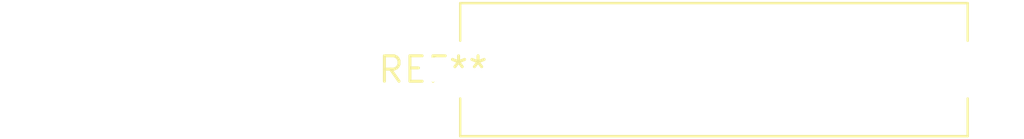
<source format=kicad_pcb>
(kicad_pcb (version 20240108) (generator pcbnew)
  (layers (0 "F.Cu" signal) (31 "B.Cu" signal) (34 "B.Paste" user) (35 "F.Paste" user) (36 "B.SilkS" user "B.Silkscreen") (37 "F.SilkS" user "F.Silkscreen") (38 "B.Mask" user) (39 "F.Mask" user) (44 "Edge.Cuts" user))
  (net 0 "")
  (footprint "R_Axial_Power_L25.0mm_W6.4mm_P27.94mm" (layer "F.Cu") (at 0 0)
    (property "Reference" "REF**")
    (property "Value" "R_Axial_Power_L25.0mm_W6.4mm_P27.94mm")
    (fp_line (start 1.35 -3.32) (end 26.59 -3.32) (layer "F.SilkS") (stroke (width 0.12)))
    (fp_line (start 1.35 -1.44) (end 1.35 -3.32) (layer "F.SilkS") (stroke (width 0.12)))
    (fp_line (start 1.35 1.44) (end 1.35 3.32) (layer "F.SilkS") (stroke (width 0.12)))
    (fp_line (start 1.35 3.32) (end 26.59 3.32) (layer "F.SilkS") (stroke (width 0.12)))
    (fp_line (start 26.59 -3.32) (end 26.59 -1.44) (layer "F.SilkS") (stroke (width 0.12)))
    (fp_line (start 26.59 3.32) (end 26.59 1.44) (layer "F.SilkS") (stroke (width 0.12)))
    (pad "1" thru_hole circle (at 0 0) (size 2.4 2.4) (drill 1.2) (layers *.Cu *.Mask) (remove_unused_layers))
    (pad "2" thru_hole oval (at 27.94 0) (size 2.4 2.4) (drill 1.2) (layers *.Cu *.Mask) (remove_unused_layers))
  )
)
</source>
